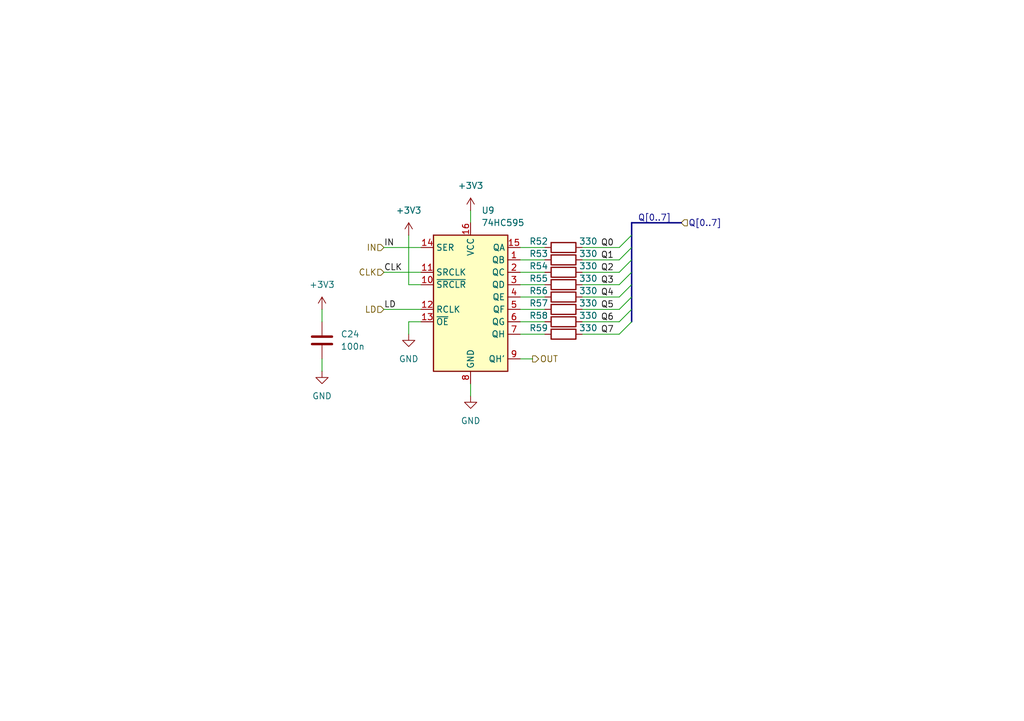
<source format=kicad_sch>
(kicad_sch (version 20231120) (generator "eeschema") (generator_version "8.0")
  (paper "A5")
  (lib_symbols
    (symbol "74xx:74HC595"
      (property "Reference" "U" (at -7.62 13.97 0))
      (property "Value" "74HC595" (at -7.62 -16.51 0))
      (symbol "74HC595_1_0"
        (pin tri_state line (at 10.16 7.62 180) (length 2.54) (name "QB") (number "1"))
        (pin input line (at -10.16 2.54 0) (length 2.54) (name "~{SRCLR}") (number "10"))
        (pin input line (at -10.16 5.08 0) (length 2.54) (name "SRCLK") (number "11"))
        (pin input line (at -10.16 -2.54 0) (length 2.54) (name "RCLK") (number "12"))
        (pin input line (at -10.16 -5.08 0) (length 2.54) (name "~{OE}") (number "13"))
        (pin input line (at -10.16 10.16 0) (length 2.54) (name "SER") (number "14"))
        (pin tri_state line (at 10.16 10.16 180) (length 2.54) (name "QA") (number "15"))
        (pin power_in line (at 0 15.24 270) (length 2.54) (name "VCC") (number "16"))
        (pin tri_state line (at 10.16 5.08 180) (length 2.54) (name "QC") (number "2"))
        (pin tri_state line (at 10.16 2.54 180) (length 2.54) (name "QD") (number "3"))
        (pin tri_state line (at 10.16 0 180) (length 2.54) (name "QE") (number "4"))
        (pin tri_state line (at 10.16 -2.54 180) (length 2.54) (name "QF") (number "5"))
        (pin tri_state line (at 10.16 -5.08 180) (length 2.54) (name "QG") (number "6"))
        (pin tri_state line (at 10.16 -7.62 180) (length 2.54) (name "QH") (number "7"))
        (pin power_in line (at 0 -17.78 90) (length 2.54) (name "GND") (number "8"))
        (pin output line (at 10.16 -12.7 180) (length 2.54) (name "QH'") (number "9"))
      )
      (symbol "74HC595_1_1"
        (rectangle (start -7.62 12.7) (end 7.62 -15.24) (stroke (width 0.254)) (fill (type background)))
      )
    )
    (symbol "Device:C" (pin_numbers hide) (pin_names (offset 0.254))
      (property "Reference" "C" (at 0.635 2.54 0))
      (property "Value" "C" (at 0.635 -2.54 0))
      (symbol "C_0_1"
        (polyline (pts (xy -2.032 -0.762) (xy 2.032 -0.762)) (stroke (width 0.508)))
        (polyline (pts (xy -2.032 0.762) (xy 2.032 0.762)) (stroke (width 0.508)))
      )
      (symbol "C_1_1"
        (pin passive line (at 0 3.81 270) (length 2.794) (name "~") (number "1"))
        (pin passive line (at 0 -3.81 90) (length 2.794) (name "~") (number "2"))
      )
    )
    (symbol "Device:R" (pin_numbers hide) (pin_names (offset 0))
      (property "Reference" "R" (at 2.032 0 90))
      (property "Value" "R" (at 0 0 90))
      (symbol "R_0_1"
        (rectangle (start -1.016 -2.54) (end 1.016 2.54) (stroke (width 0.254)))
      )
      (symbol "R_1_1"
        (pin passive line (at 0 3.81 270) (length 1.27) (name "~") (number "1"))
        (pin passive line (at 0 -3.81 90) (length 1.27) (name "~") (number "2"))
      )
    )
    (symbol "power:+3V3" (power) (pin_numbers hide) (pin_names (offset 0) hide)
      (property "Value" "+3V3" (at 0 3.556 0))
      (symbol "+3V3_0_1"
        (polyline (pts (xy -0.762 1.27) (xy 0 2.54)))
        (polyline (pts (xy 0 0) (xy 0 2.54)))
        (polyline (pts (xy 0 2.54) (xy 0.762 1.27)))
      )
      (symbol "+3V3_1_1"
        (pin power_in line (at 0 0 90) (length 0) (name "~") (number "1"))
      )
    )
    (symbol "power:GND" (power) (pin_numbers hide) (pin_names (offset 0) hide)
      (property "Value" "GND" (at 0 -3.81 0))
      (symbol "GND_0_1"
        (polyline (pts (xy 0 0) (xy 0 -1.27) (xy 1.27 -1.27) (xy 0 -2.54) (xy -1.27 -1.27) (xy 0 -1.27)))
      )
      (symbol "GND_1_1"
        (pin power_in line (at 0 0 270) (length 0) (name "~") (number "1"))
      )
    )
  )
  (bus_entry (at 127 53.34) (size 2.54 -2.54))
  (bus_entry (at 127 55.88) (size 2.54 -2.54))
  (bus_entry (at 127 60.96) (size 2.54 -2.54))
  (bus_entry (at 127 63.5) (size 2.54 -2.54))
  (bus_entry (at 127 58.42) (size 2.54 -2.54))
  (bus_entry (at 127 50.8) (size 2.54 -2.54))
  (bus_entry (at 127 68.58) (size 2.54 -2.54))
  (bus_entry (at 127 66.04) (size 2.54 -2.54))
  (bus (pts (xy 129.54 50.8) (xy 129.54 53.34)))
  (wire (pts (xy 83.82 58.42) (xy 86.36 58.42)))
  (bus (pts (xy 129.54 60.96) (xy 129.54 63.5)))
  (wire (pts (xy 78.74 55.88) (xy 86.36 55.88)))
  (wire (pts (xy 119.38 55.88) (xy 127 55.88)))
  (bus (pts (xy 129.54 55.88) (xy 129.54 58.42)))
  (wire (pts (xy 83.82 68.58) (xy 83.82 66.04)))
  (bus (pts (xy 129.54 63.5) (xy 129.54 66.04)))
  (wire (pts (xy 78.74 50.8) (xy 86.36 50.8)))
  (wire (pts (xy 106.68 55.88) (xy 111.76 55.88)))
  (wire (pts (xy 83.82 48.26) (xy 83.82 58.42)))
  (wire (pts (xy 106.68 73.66) (xy 109.22 73.66)))
  (bus (pts (xy 129.54 58.42) (xy 129.54 60.96)))
  (wire (pts (xy 119.38 66.04) (xy 127 66.04)))
  (wire (pts (xy 119.38 68.58) (xy 127 68.58)))
  (wire (pts (xy 106.68 53.34) (xy 111.76 53.34)))
  (wire (pts (xy 106.68 58.42) (xy 111.76 58.42)))
  (bus (pts (xy 129.54 48.26) (xy 129.54 45.72)))
  (wire (pts (xy 78.74 63.5) (xy 86.36 63.5)))
  (wire (pts (xy 119.38 53.34) (xy 127 53.34)))
  (wire (pts (xy 96.52 43.18) (xy 96.52 45.72)))
  (bus (pts (xy 129.54 53.34) (xy 129.54 55.88)))
  (wire (pts (xy 66.04 73.66) (xy 66.04 76.2)))
  (wire (pts (xy 119.38 60.96) (xy 127 60.96)))
  (wire (pts (xy 119.38 58.42) (xy 127 58.42)))
  (wire (pts (xy 119.38 50.8) (xy 127 50.8)))
  (wire (pts (xy 119.38 63.5) (xy 127 63.5)))
  (wire (pts (xy 106.68 66.04) (xy 111.76 66.04)))
  (bus (pts (xy 129.54 48.26) (xy 129.54 50.8)))
  (wire (pts (xy 106.68 63.5) (xy 111.76 63.5)))
  (wire (pts (xy 66.04 63.5) (xy 66.04 66.04)))
  (wire (pts (xy 106.68 68.58) (xy 111.76 68.58)))
  (wire (pts (xy 106.68 50.8) (xy 111.76 50.8)))
  (wire (pts (xy 106.68 60.96) (xy 111.76 60.96)))
  (wire (pts (xy 83.82 66.04) (xy 86.36 66.04)))
  (wire (pts (xy 96.52 78.74) (xy 96.52 81.28)))
  (bus (pts (xy 129.54 45.72) (xy 139.7 45.72)))
  (label "Q5" (at 123.19 63.5 0))
  (label "CLK" (at 78.74 55.88 0))
  (label "Q[0..7]" (at 130.81 45.72 0))
  (label "Q4" (at 123.19 60.96 0))
  (label "Q1" (at 123.19 53.34 0))
  (label "LD" (at 78.74 63.5 0))
  (label "IN" (at 78.74 50.8 0))
  (label "Q0" (at 123.19 50.8 0))
  (label "Q2" (at 123.19 55.88 0))
  (label "Q6" (at 123.19 66.04 0))
  (label "Q7" (at 123.19 68.58 0))
  (label "Q3" (at 123.19 58.42 0))
  (hierarchical_label "OUT" (shape output) (at 109.22 73.66 0))
  (hierarchical_label "LD" (shape input) (at 78.74 63.5 180))
  (hierarchical_label "IN" (shape input) (at 78.74 50.8 180))
  (hierarchical_label "CLK" (shape input) (at 78.74 55.88 180))
  (hierarchical_label "Q[0..7]" (shape input) (at 139.7 45.72 0))
  (symbol (lib_id "power:GND") (at 66.04 76.2 0) (unit 1)
    (property "Reference" "#PWR071" (effects (hide yes)))
    (property "Value" "GND" (at 66.04 81.28 0))
    (property "Description" "Power symbol creates a global label with name \"GND\" , ground" (effects (hide yes)))
    (instances (project "led-display" (path "" (reference "#PWR071") (unit 1)) (path "" (reference "#PWR0119") (unit 1)) (path "" (reference "#PWR0113") (unit 1)) (path "" (reference "#PWR059") (unit 1)) (path "" (reference "#PWR053") (unit 1)) (path "" (reference "#PWR0125") (unit 1)) (path "" (reference "#PWR095") (unit 1)) (path "" (reference "#PWR083") (unit 1)) (path "" (reference "#PWR041") (unit 1)) (path "" (reference "#PWR0101") (unit 1)) (path "" (reference "#PWR047") (unit 1)) (path "" (reference "#PWR089") (unit 1)) (path "" (reference "#PWR0107") (unit 1)) (path "" (reference "#PWR065") (unit 1)) (path "" (reference "#PWR077") (unit 1)) (path "" (reference "#PWR0131") (unit 1))))
  )
  (symbol (lib_id "power:GND") (at 83.82 68.58 0) (unit 1)
    (property "Reference" "#PWR070" (effects (hide yes)))
    (property "Value" "GND" (at 83.82 73.66 0))
    (property "Description" "Power symbol creates a global label with name \"GND\" , ground" (effects (hide yes)))
    (instances (project "led-display" (path "" (reference "#PWR070") (unit 1)) (path "" (reference "#PWR0118") (unit 1)) (path "" (reference "#PWR0112") (unit 1)) (path "" (reference "#PWR058") (unit 1)) (path "" (reference "#PWR052") (unit 1)) (path "" (reference "#PWR0124") (unit 1)) (path "" (reference "#PWR094") (unit 1)) (path "" (reference "#PWR082") (unit 1)) (path "" (reference "#PWR040") (unit 1)) (path "" (reference "#PWR0100") (unit 1)) (path "" (reference "#PWR046") (unit 1)) (path "" (reference "#PWR088") (unit 1)) (path "" (reference "#PWR0106") (unit 1)) (path "" (reference "#PWR064") (unit 1)) (path "" (reference "#PWR076") (unit 1)) (path "" (reference "#PWR0130") (unit 1))))
  )
  (symbol (lib_id "Device:R") (at 115.57 55.88 90) (unit 1)
    (property "Reference" "R54" (at 110.49 54.61 90))
    (property "Value" "330" (at 120.65 54.61 90))
    (property "Footprint" "Resistor_SMD:R_0402_1005Metric" (effects (hide yes)))
    (property "Description" "Resistor" (effects (hide yes)))
    (property "LCSC" "C25104" (effects (hide yes)))
    (instances (project "led-display" (path "" (reference "R54") (unit 1)) (path "" (reference "R118") (unit 1)) (path "" (reference "R110") (unit 1)) (path "" (reference "R38") (unit 1)) (path "" (reference "R30") (unit 1)) (path "" (reference "R126") (unit 1)) (path "" (reference "R86") (unit 1)) (path "" (reference "R70") (unit 1)) (path "" (reference "R14") (unit 1)) (path "" (reference "R94") (unit 1)) (path "" (reference "R22") (unit 1)) (path "" (reference "R78") (unit 1)) (path "" (reference "R102") (unit 1)) (path "" (reference "R46") (unit 1)) (path "" (reference "R62") (unit 1)) (path "" (reference "R134") (unit 1))))
  )
  (symbol (lib_id "power:+3V3") (at 83.82 48.26 0) (unit 1)
    (property "Reference" "#PWR068" (effects (hide yes)))
    (property "Value" "+3V3" (at 83.82 43.18 0))
    (property "Description" "Power symbol creates a global label with name \"+3V3\"" (effects (hide yes)))
    (instances (project "led-display" (path "" (reference "#PWR068") (unit 1)) (path "" (reference "#PWR0116") (unit 1)) (path "" (reference "#PWR0110") (unit 1)) (path "" (reference "#PWR056") (unit 1)) (path "" (reference "#PWR050") (unit 1)) (path "" (reference "#PWR0122") (unit 1)) (path "" (reference "#PWR092") (unit 1)) (path "" (reference "#PWR080") (unit 1)) (path "" (reference "#PWR038") (unit 1)) (path "" (reference "#PWR098") (unit 1)) (path "" (reference "#PWR044") (unit 1)) (path "" (reference "#PWR086") (unit 1)) (path "" (reference "#PWR0104") (unit 1)) (path "" (reference "#PWR062") (unit 1)) (path "" (reference "#PWR074") (unit 1)) (path "" (reference "#PWR0128") (unit 1))))
  )
  (symbol (lib_id "power:+3V3") (at 66.04 63.5 0) (unit 1)
    (property "Reference" "#PWR069" (effects (hide yes)))
    (property "Value" "+3V3" (at 66.04 58.42 0))
    (property "Description" "Power symbol creates a global label with name \"+3V3\"" (effects (hide yes)))
    (instances (project "led-display" (path "" (reference "#PWR069") (unit 1)) (path "" (reference "#PWR0117") (unit 1)) (path "" (reference "#PWR0111") (unit 1)) (path "" (reference "#PWR057") (unit 1)) (path "" (reference "#PWR051") (unit 1)) (path "" (reference "#PWR0123") (unit 1)) (path "" (reference "#PWR093") (unit 1)) (path "" (reference "#PWR081") (unit 1)) (path "" (reference "#PWR039") (unit 1)) (path "" (reference "#PWR099") (unit 1)) (path "" (reference "#PWR045") (unit 1)) (path "" (reference "#PWR087") (unit 1)) (path "" (reference "#PWR0105") (unit 1)) (path "" (reference "#PWR063") (unit 1)) (path "" (reference "#PWR075") (unit 1)) (path "" (reference "#PWR0129") (unit 1))))
  )
  (symbol (lib_id "Device:R") (at 115.57 63.5 90) (unit 1)
    (property "Reference" "R57" (at 110.49 62.23 90))
    (property "Value" "330" (at 120.65 62.23 90))
    (property "Footprint" "Resistor_SMD:R_0402_1005Metric" (effects (hide yes)))
    (property "Description" "Resistor" (effects (hide yes)))
    (property "LCSC" "C25104" (effects (hide yes)))
    (instances (project "led-display" (path "" (reference "R57") (unit 1)) (path "" (reference "R121") (unit 1)) (path "" (reference "R113") (unit 1)) (path "" (reference "R41") (unit 1)) (path "" (reference "R33") (unit 1)) (path "" (reference "R129") (unit 1)) (path "" (reference "R89") (unit 1)) (path "" (reference "R73") (unit 1)) (path "" (reference "R17") (unit 1)) (path "" (reference "R97") (unit 1)) (path "" (reference "R25") (unit 1)) (path "" (reference "R81") (unit 1)) (path "" (reference "R105") (unit 1)) (path "" (reference "R49") (unit 1)) (path "" (reference "R65") (unit 1)) (path "" (reference "R137") (unit 1))))
  )
  (symbol (lib_id "Device:R") (at 115.57 53.34 90) (unit 1)
    (property "Reference" "R53" (at 110.49 52.07 90))
    (property "Value" "330" (at 120.65 52.07 90))
    (property "Footprint" "Resistor_SMD:R_0402_1005Metric" (effects (hide yes)))
    (property "Description" "Resistor" (effects (hide yes)))
    (property "LCSC" "C25104" (effects (hide yes)))
    (instances (project "led-display" (path "" (reference "R53") (unit 1)) (path "" (reference "R117") (unit 1)) (path "" (reference "R109") (unit 1)) (path "" (reference "R37") (unit 1)) (path "" (reference "R29") (unit 1)) (path "" (reference "R125") (unit 1)) (path "" (reference "R85") (unit 1)) (path "" (reference "R69") (unit 1)) (path "" (reference "R13") (unit 1)) (path "" (reference "R93") (unit 1)) (path "" (reference "R21") (unit 1)) (path "" (reference "R77") (unit 1)) (path "" (reference "R101") (unit 1)) (path "" (reference "R45") (unit 1)) (path "" (reference "R61") (unit 1)) (path "" (reference "R133") (unit 1))))
  )
  (symbol (lib_id "power:GND") (at 96.52 81.28 0) (unit 1)
    (property "Reference" "#PWR072" (effects (hide yes)))
    (property "Value" "GND" (at 96.52 86.36 0))
    (property "Description" "Power symbol creates a global label with name \"GND\" , ground" (effects (hide yes)))
    (instances (project "led-display" (path "" (reference "#PWR072") (unit 1)) (path "" (reference "#PWR0120") (unit 1)) (path "" (reference "#PWR0114") (unit 1)) (path "" (reference "#PWR060") (unit 1)) (path "" (reference "#PWR054") (unit 1)) (path "" (reference "#PWR0126") (unit 1)) (path "" (reference "#PWR096") (unit 1)) (path "" (reference "#PWR084") (unit 1)) (path "" (reference "#PWR042") (unit 1)) (path "" (reference "#PWR0102") (unit 1)) (path "" (reference "#PWR048") (unit 1)) (path "" (reference "#PWR090") (unit 1)) (path "" (reference "#PWR0108") (unit 1)) (path "" (reference "#PWR066") (unit 1)) (path "" (reference "#PWR078") (unit 1)) (path "" (reference "#PWR0132") (unit 1))))
  )
  (symbol (lib_id "Device:R") (at 115.57 66.04 90) (unit 1)
    (property "Reference" "R58" (at 110.49 64.77 90))
    (property "Value" "330" (at 120.65 64.77 90))
    (property "Footprint" "Resistor_SMD:R_0402_1005Metric" (effects (hide yes)))
    (property "Description" "Resistor" (effects (hide yes)))
    (property "LCSC" "C25104" (effects (hide yes)))
    (instances (project "led-display" (path "" (reference "R58") (unit 1)) (path "" (reference "R122") (unit 1)) (path "" (reference "R114") (unit 1)) (path "" (reference "R42") (unit 1)) (path "" (reference "R34") (unit 1)) (path "" (reference "R130") (unit 1)) (path "" (reference "R90") (unit 1)) (path "" (reference "R74") (unit 1)) (path "" (reference "R18") (unit 1)) (path "" (reference "R98") (unit 1)) (path "" (reference "R26") (unit 1)) (path "" (reference "R82") (unit 1)) (path "" (reference "R106") (unit 1)) (path "" (reference "R50") (unit 1)) (path "" (reference "R66") (unit 1)) (path "" (reference "R138") (unit 1))))
  )
  (symbol (lib_id "74xx:74HC595") (at 96.52 60.96 0) (unit 1)
    (property "Reference" "U9" (at 98.7141 43.18 0) (effects (justify left)))
    (property "Value" "74HC595" (at 98.7141 45.72 0) (effects (justify left)))
    (property "Footprint" "Package_SO:SOIC-16_3.9x9.9mm_P1.27mm" (effects (hide yes)))
    (property "Datasheet" "http://www.ti.com/lit/ds/symlink/sn74hc595.pdf" (effects (hide yes)))
    (property "Description" "8-bit serial in/out Shift Register 3-State Outputs" (effects (hide yes)))
    (property "LCSC" "C5947" (effects (hide yes)))
    (instances (project "led-display" (path "" (reference "U9") (unit 1)) (path "" (reference "U17") (unit 1)) (path "" (reference "U16") (unit 1)) (path "" (reference "U7") (unit 1)) (path "" (reference "U6") (unit 1)) (path "" (reference "U18") (unit 1)) (path "" (reference "U13") (unit 1)) (path "" (reference "U11") (unit 1)) (path "" (reference "U4") (unit 1)) (path "" (reference "U14") (unit 1)) (path "" (reference "U5") (unit 1)) (path "" (reference "U12") (unit 1)) (path "" (reference "U15") (unit 1)) (path "" (reference "U8") (unit 1)) (path "" (reference "U10") (unit 1)) (path "" (reference "U19") (unit 1))))
  )
  (symbol (lib_id "Device:R") (at 115.57 60.96 90) (unit 1)
    (property "Reference" "R56" (at 110.49 59.69 90))
    (property "Value" "330" (at 120.65 59.69 90))
    (property "Footprint" "Resistor_SMD:R_0402_1005Metric" (effects (hide yes)))
    (property "Description" "Resistor" (effects (hide yes)))
    (property "LCSC" "C25104" (effects (hide yes)))
    (instances (project "led-display" (path "" (reference "R56") (unit 1)) (path "" (reference "R120") (unit 1)) (path "" (reference "R112") (unit 1)) (path "" (reference "R40") (unit 1)) (path "" (reference "R32") (unit 1)) (path "" (reference "R128") (unit 1)) (path "" (reference "R88") (unit 1)) (path "" (reference "R72") (unit 1)) (path "" (reference "R16") (unit 1)) (path "" (reference "R96") (unit 1)) (path "" (reference "R24") (unit 1)) (path "" (reference "R80") (unit 1)) (path "" (reference "R104") (unit 1)) (path "" (reference "R48") (unit 1)) (path "" (reference "R64") (unit 1)) (path "" (reference "R136") (unit 1))))
  )
  (symbol (lib_id "Device:R") (at 115.57 50.8 90) (unit 1)
    (property "Reference" "R52" (at 110.49 49.53 90))
    (property "Value" "330" (at 120.65 49.53 90))
    (property "Footprint" "Resistor_SMD:R_0402_1005Metric" (effects (hide yes)))
    (property "Description" "Resistor" (effects (hide yes)))
    (property "LCSC" "C25104" (effects (hide yes)))
    (instances (project "" (path "" (reference "R52") (unit 1)) (path "" (reference "R116") (unit 1)) (path "" (reference "R108") (unit 1)) (path "" (reference "R36") (unit 1)) (path "" (reference "R28") (unit 1)) (path "" (reference "R124") (unit 1)) (path "" (reference "R84") (unit 1)) (path "" (reference "R68") (unit 1)) (path "" (reference "R12") (unit 1)) (path "" (reference "R92") (unit 1)) (path "" (reference "R20") (unit 1)) (path "" (reference "R76") (unit 1)) (path "" (reference "R100") (unit 1)) (path "" (reference "R44") (unit 1)) (path "" (reference "R60") (unit 1)) (path "" (reference "R132") (unit 1))))
  )
  (symbol (lib_id "Device:C") (at 66.04 69.85 0) (unit 1)
    (property "Reference" "C24" (at 69.85 68.5799 0) (effects (justify left)))
    (property "Value" "100n" (at 69.85 71.1199 0) (effects (justify left)))
    (property "Footprint" "Capacitor_SMD:C_0402_1005Metric" (effects (hide yes)))
    (property "Description" "Unpolarized capacitor" (effects (hide yes)))
    (property "LCSC" "C1525" (effects (hide yes)))
    (instances (project "led-display" (path "" (reference "C24") (unit 1)) (path "" (reference "C32") (unit 1)) (path "" (reference "C31") (unit 1)) (path "" (reference "C22") (unit 1)) (path "" (reference "C21") (unit 1)) (path "" (reference "C33") (unit 1)) (path "" (reference "C28") (unit 1)) (path "" (reference "C26") (unit 1)) (path "" (reference "C19") (unit 1)) (path "" (reference "C29") (unit 1)) (path "" (reference "C20") (unit 1)) (path "" (reference "C27") (unit 1)) (path "" (reference "C30") (unit 1)) (path "" (reference "C23") (unit 1)) (path "" (reference "C25") (unit 1)) (path "" (reference "C34") (unit 1))))
  )
  (symbol (lib_id "Device:R") (at 115.57 58.42 90) (unit 1)
    (property "Reference" "R55" (at 110.49 57.15 90))
    (property "Value" "330" (at 120.65 57.15 90))
    (property "Footprint" "Resistor_SMD:R_0402_1005Metric" (effects (hide yes)))
    (property "Description" "Resistor" (effects (hide yes)))
    (property "LCSC" "C25104" (effects (hide yes)))
    (instances (project "led-display" (path "" (reference "R55") (unit 1)) (path "" (reference "R119") (unit 1)) (path "" (reference "R111") (unit 1)) (path "" (reference "R39") (unit 1)) (path "" (reference "R31") (unit 1)) (path "" (reference "R127") (unit 1)) (path "" (reference "R87") (unit 1)) (path "" (reference "R71") (unit 1)) (path "" (reference "R15") (unit 1)) (path "" (reference "R95") (unit 1)) (path "" (reference "R23") (unit 1)) (path "" (reference "R79") (unit 1)) (path "" (reference "R103") (unit 1)) (path "" (reference "R47") (unit 1)) (path "" (reference "R63") (unit 1)) (path "" (reference "R135") (unit 1))))
  )
  (symbol (lib_id "power:+3V3") (at 96.52 43.18 0) (unit 1)
    (property "Reference" "#PWR067" (effects (hide yes)))
    (property "Value" "+3V3" (at 96.52 38.1 0))
    (property "Description" "Power symbol creates a global label with name \"+3V3\"" (effects (hide yes)))
    (instances (project "led-display" (path "" (reference "#PWR067") (unit 1)) (path "" (reference "#PWR0115") (unit 1)) (path "" (reference "#PWR0109") (unit 1)) (path "" (reference "#PWR055") (unit 1)) (path "" (reference "#PWR049") (unit 1)) (path "" (reference "#PWR0121") (unit 1)) (path "" (reference "#PWR091") (unit 1)) (path "" (reference "#PWR079") (unit 1)) (path "" (reference "#PWR037") (unit 1)) (path "" (reference "#PWR097") (unit 1)) (path "" (reference "#PWR043") (unit 1)) (path "" (reference "#PWR085") (unit 1)) (path "" (reference "#PWR0103") (unit 1)) (path "" (reference "#PWR061") (unit 1)) (path "" (reference "#PWR073") (unit 1)) (path "" (reference "#PWR0127") (unit 1))))
  )
  (symbol (lib_id "Device:R") (at 115.57 68.58 90) (unit 1)
    (property "Reference" "R59" (at 110.49 67.31 90))
    (property "Value" "330" (at 120.65 67.31 90))
    (property "Footprint" "Resistor_SMD:R_0402_1005Metric" (effects (hide yes)))
    (property "Description" "Resistor" (effects (hide yes)))
    (property "LCSC" "C25104" (effects (hide yes)))
    (instances (project "led-display" (path "" (reference "R59") (unit 1)) (path "" (reference "R123") (unit 1)) (path "" (reference "R115") (unit 1)) (path "" (reference "R43") (unit 1)) (path "" (reference "R35") (unit 1)) (path "" (reference "R131") (unit 1)) (path "" (reference "R91") (unit 1)) (path "" (reference "R75") (unit 1)) (path "" (reference "R19") (unit 1)) (path "" (reference "R99") (unit 1)) (path "" (reference "R27") (unit 1)) (path "" (reference "R83") (unit 1)) (path "" (reference "R107") (unit 1)) (path "" (reference "R51") (unit 1)) (path "" (reference "R67") (unit 1)) (path "" (reference "R139") (unit 1))))
  )
)
</source>
